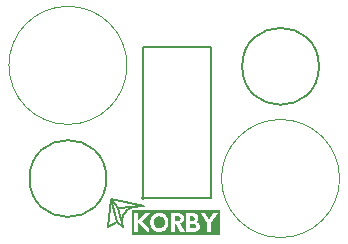
<source format=gbr>
%TF.GenerationSoftware,KiCad,Pcbnew,7.0.7*%
%TF.CreationDate,2024-03-28T13:05:56+05:30*%
%TF.ProjectId,korby,6b6f7262-792e-46b6-9963-61645f706362,rev?*%
%TF.SameCoordinates,Original*%
%TF.FileFunction,Legend,Top*%
%TF.FilePolarity,Positive*%
%FSLAX46Y46*%
G04 Gerber Fmt 4.6, Leading zero omitted, Abs format (unit mm)*
G04 Created by KiCad (PCBNEW 7.0.7) date 2024-03-28 13:05:56*
%MOMM*%
%LPD*%
G01*
G04 APERTURE LIST*
%ADD10C,0.199266*%
%ADD11C,0.100000*%
%ADD12C,0.200000*%
%ADD13C,0.127000*%
G04 APERTURE END LIST*
D10*
X137324912Y-87272780D02*
X137333838Y-87213343D01*
D11*
X137750000Y-74168000D02*
G75*
G03*
X137750000Y-74168000I-5000000J0D01*
G01*
D10*
X137902731Y-86295157D02*
X137952365Y-86263013D01*
X138149767Y-86172454D02*
X138200666Y-86158984D01*
X136177420Y-87891771D02*
X136891959Y-87424432D01*
X138328091Y-86132226D02*
X138479623Y-86106894D01*
D12*
X136000000Y-83750000D02*
G75*
G03*
X136000000Y-83750000I-3250000J0D01*
G01*
D10*
X138003407Y-86233953D02*
X138055785Y-86208143D01*
X137334336Y-87619180D02*
X137324901Y-87563487D01*
X139085311Y-86048284D02*
X139136067Y-86048695D01*
X138806707Y-86066203D02*
X138958107Y-86053686D01*
X137318863Y-87332004D02*
X137324912Y-87272780D01*
X137807982Y-86368040D02*
X137854579Y-86330221D01*
X139136067Y-86048695D02*
X139176244Y-86051419D01*
X137324901Y-87563487D02*
X137318709Y-87506759D01*
D12*
X154000000Y-74250000D02*
G75*
G03*
X154000000Y-74250000I-3250000J0D01*
G01*
D10*
X137719746Y-86451285D02*
X137763013Y-86408450D01*
X137952365Y-86263013D02*
X138003407Y-86233953D01*
X138479623Y-86106894D02*
X138643187Y-86084413D01*
X137347089Y-87673671D02*
X137334336Y-87619180D01*
X137402261Y-87842310D02*
X136891959Y-87424432D01*
X137333838Y-87213343D02*
X137360027Y-87094493D01*
X137382841Y-87778392D02*
X137363233Y-87726797D01*
X137678255Y-86496381D02*
X137719746Y-86451285D01*
X138200666Y-86158984D02*
X138328091Y-86132226D01*
X137443695Y-86861503D02*
X137500000Y-86750000D01*
X136963275Y-86249973D02*
X139176298Y-86051414D01*
X139176298Y-86051414D02*
X136365354Y-85465447D01*
X136365354Y-85465447D02*
X136891959Y-87424432D01*
X138643187Y-86084413D02*
X138806707Y-86066203D01*
X137318709Y-87506759D02*
X137315688Y-87449159D01*
X136365354Y-85465447D02*
X136177420Y-87891771D01*
X137360027Y-87094493D02*
X137396842Y-86976774D01*
X137315688Y-87449159D02*
X137315763Y-87390852D01*
X138958107Y-86053686D02*
X139085311Y-86048284D01*
X137638613Y-86543573D02*
X137678255Y-86496381D01*
X136963275Y-86249973D02*
X137402261Y-87842310D01*
X137315763Y-87390852D02*
X137318863Y-87332004D01*
X137363233Y-87726797D02*
X137347089Y-87673671D01*
X137500000Y-86750000D02*
X137565168Y-86643584D01*
X137396842Y-86976774D02*
X137443695Y-86861503D01*
D11*
X155750000Y-83750000D02*
G75*
G03*
X155750000Y-83750000I-5000000J0D01*
G01*
D10*
X138109423Y-86185748D02*
X138149767Y-86172454D01*
X137854579Y-86330221D02*
X137902731Y-86295157D01*
X136963275Y-86249973D02*
X136365354Y-85465447D01*
X138055785Y-86208143D02*
X138109423Y-86185748D01*
X137763013Y-86408450D02*
X137807982Y-86368040D01*
X137565168Y-86643584D02*
X137638613Y-86543573D01*
D12*
G36*
X140514596Y-86956032D02*
G01*
X140541060Y-86957919D01*
X140566769Y-86961031D01*
X140591718Y-86965338D01*
X140615897Y-86970816D01*
X140639298Y-86977434D01*
X140661916Y-86985167D01*
X140683740Y-86993986D01*
X140704765Y-87003864D01*
X140724981Y-87014773D01*
X140744382Y-87026686D01*
X140762960Y-87039574D01*
X140780707Y-87053412D01*
X140797615Y-87068170D01*
X140813676Y-87083822D01*
X140828883Y-87100340D01*
X140843229Y-87117696D01*
X140856705Y-87135863D01*
X140869303Y-87154813D01*
X140881017Y-87174518D01*
X140891837Y-87194952D01*
X140901758Y-87216085D01*
X140910770Y-87237892D01*
X140918866Y-87260344D01*
X140926038Y-87283414D01*
X140932280Y-87307073D01*
X140937582Y-87331296D01*
X140941938Y-87356053D01*
X140945339Y-87381318D01*
X140947777Y-87407062D01*
X140949246Y-87433259D01*
X140949738Y-87459881D01*
X140949246Y-87486270D01*
X140947777Y-87512252D01*
X140945339Y-87537797D01*
X140941938Y-87562878D01*
X140937582Y-87587466D01*
X140932280Y-87611533D01*
X140926038Y-87635051D01*
X140918866Y-87657992D01*
X140910770Y-87680328D01*
X140901758Y-87702030D01*
X140891837Y-87723071D01*
X140881017Y-87743421D01*
X140869303Y-87763054D01*
X140856705Y-87781940D01*
X140843229Y-87800052D01*
X140828883Y-87817361D01*
X140813676Y-87833839D01*
X140797615Y-87849459D01*
X140780707Y-87864191D01*
X140762960Y-87878008D01*
X140744382Y-87890882D01*
X140724981Y-87902784D01*
X140704765Y-87913686D01*
X140683740Y-87923561D01*
X140661916Y-87932379D01*
X140639298Y-87940113D01*
X140615897Y-87946734D01*
X140591718Y-87952214D01*
X140566769Y-87956526D01*
X140541060Y-87959641D01*
X140514596Y-87961530D01*
X140487386Y-87962166D01*
X140460198Y-87961530D01*
X140433732Y-87959641D01*
X140407997Y-87956526D01*
X140383002Y-87952214D01*
X140358758Y-87946734D01*
X140335272Y-87940113D01*
X140312554Y-87932379D01*
X140290614Y-87923561D01*
X140269461Y-87913686D01*
X140249104Y-87902784D01*
X140229551Y-87890882D01*
X140210814Y-87878008D01*
X140192900Y-87864191D01*
X140175820Y-87849459D01*
X140159581Y-87833839D01*
X140144194Y-87817361D01*
X140129668Y-87800052D01*
X140116012Y-87781940D01*
X140103236Y-87763054D01*
X140091348Y-87743421D01*
X140080358Y-87723071D01*
X140070274Y-87702030D01*
X140061108Y-87680328D01*
X140052867Y-87657992D01*
X140045560Y-87635051D01*
X140039198Y-87611533D01*
X140033790Y-87587466D01*
X140029343Y-87562878D01*
X140025869Y-87537797D01*
X140023376Y-87512252D01*
X140021874Y-87486270D01*
X140021371Y-87459881D01*
X140021874Y-87433259D01*
X140023376Y-87407062D01*
X140025869Y-87381318D01*
X140029343Y-87356053D01*
X140033790Y-87331296D01*
X140039198Y-87307073D01*
X140045560Y-87283414D01*
X140052867Y-87260344D01*
X140061108Y-87237892D01*
X140070274Y-87216085D01*
X140080358Y-87194952D01*
X140091348Y-87174518D01*
X140103236Y-87154813D01*
X140116012Y-87135863D01*
X140129668Y-87117696D01*
X140144194Y-87100340D01*
X140159581Y-87083822D01*
X140175820Y-87068170D01*
X140192900Y-87053412D01*
X140210814Y-87039574D01*
X140229551Y-87026686D01*
X140249104Y-87014773D01*
X140269461Y-87003864D01*
X140290614Y-86993986D01*
X140312554Y-86985167D01*
X140335272Y-86977434D01*
X140358758Y-86970816D01*
X140383002Y-86965338D01*
X140407997Y-86961031D01*
X140433732Y-86957919D01*
X140460198Y-86956032D01*
X140487386Y-86955397D01*
X140514596Y-86956032D01*
G37*
G36*
X142117334Y-86950129D02*
G01*
X142136489Y-86952953D01*
X142154931Y-86957554D01*
X142172570Y-86963847D01*
X142189316Y-86971745D01*
X142205079Y-86981163D01*
X142219769Y-86992015D01*
X142233295Y-87004215D01*
X142245568Y-87017678D01*
X142256496Y-87032317D01*
X142265991Y-87048046D01*
X142273961Y-87064780D01*
X142280318Y-87082433D01*
X142284970Y-87100918D01*
X142287827Y-87120151D01*
X142288799Y-87140045D01*
X142287851Y-87159935D01*
X142285060Y-87179156D01*
X142280506Y-87197623D01*
X142274271Y-87215253D01*
X142266434Y-87231959D01*
X142257076Y-87247657D01*
X142246278Y-87262263D01*
X142234119Y-87275691D01*
X142220682Y-87287857D01*
X142206045Y-87298676D01*
X142190290Y-87308063D01*
X142173498Y-87315934D01*
X142155747Y-87322203D01*
X142137120Y-87326786D01*
X142117697Y-87329598D01*
X142097557Y-87330554D01*
X141776256Y-87330554D01*
X141776256Y-86949169D01*
X142097557Y-86949169D01*
X142117334Y-86950129D01*
G37*
G36*
X143429285Y-87589483D02*
G01*
X143448439Y-87592437D01*
X143466881Y-87597229D01*
X143484521Y-87603753D01*
X143501267Y-87611902D01*
X143517030Y-87621570D01*
X143531719Y-87632649D01*
X143545245Y-87645032D01*
X143557518Y-87658614D01*
X143568447Y-87673286D01*
X143577941Y-87688943D01*
X143585912Y-87705477D01*
X143592268Y-87722781D01*
X143596920Y-87740750D01*
X143599777Y-87759276D01*
X143600750Y-87778251D01*
X143599777Y-87797227D01*
X143596920Y-87815753D01*
X143592268Y-87833722D01*
X143585912Y-87851026D01*
X143577941Y-87867560D01*
X143568447Y-87883217D01*
X143557518Y-87897889D01*
X143545245Y-87911471D01*
X143531719Y-87923854D01*
X143517030Y-87934933D01*
X143501267Y-87944600D01*
X143484521Y-87952750D01*
X143466881Y-87959274D01*
X143448439Y-87964066D01*
X143429285Y-87967020D01*
X143409508Y-87968028D01*
X143060729Y-87968028D01*
X143060729Y-87588475D01*
X143409508Y-87588475D01*
X143429285Y-87589483D01*
G37*
G36*
X143315385Y-86950182D02*
G01*
X143334246Y-86953148D01*
X143352425Y-86957960D01*
X143369831Y-86964511D01*
X143386372Y-86972693D01*
X143401956Y-86982399D01*
X143416492Y-86993523D01*
X143429887Y-87005956D01*
X143442049Y-87019590D01*
X143452888Y-87034320D01*
X143462311Y-87050037D01*
X143470227Y-87066635D01*
X143476543Y-87084005D01*
X143481168Y-87102040D01*
X143484011Y-87120634D01*
X143484979Y-87139678D01*
X143484011Y-87158748D01*
X143481168Y-87177411D01*
X143476543Y-87195555D01*
X143470227Y-87213066D01*
X143462311Y-87229830D01*
X143452888Y-87245732D01*
X143442049Y-87260661D01*
X143429887Y-87274501D01*
X143416492Y-87287138D01*
X143401956Y-87298460D01*
X143386372Y-87308352D01*
X143369831Y-87316701D01*
X143352425Y-87323393D01*
X143334246Y-87328313D01*
X143315385Y-87331349D01*
X143295935Y-87332386D01*
X143060729Y-87332386D01*
X143060729Y-86949169D01*
X143295935Y-86949169D01*
X143315385Y-86950182D01*
G37*
G36*
X145628905Y-88564432D02*
G01*
X138161376Y-88564432D01*
X138161376Y-86674030D01*
X138375662Y-86674030D01*
X138375662Y-88245000D01*
X138692934Y-88245000D01*
X138692934Y-87459515D01*
X139633757Y-88350146D01*
X139633757Y-87926629D01*
X139127837Y-87459881D01*
X139718754Y-87459881D01*
X139719660Y-87501557D01*
X139722359Y-87542679D01*
X139726820Y-87583196D01*
X139733013Y-87623057D01*
X139740908Y-87662212D01*
X139750475Y-87700610D01*
X139761684Y-87738202D01*
X139774504Y-87774937D01*
X139788906Y-87810764D01*
X139804860Y-87845634D01*
X139822335Y-87879495D01*
X139841301Y-87912297D01*
X139861728Y-87943991D01*
X139883586Y-87974525D01*
X139906845Y-88003849D01*
X139931474Y-88031913D01*
X139957444Y-88058666D01*
X139984725Y-88084059D01*
X140013286Y-88108040D01*
X140043097Y-88130560D01*
X140074128Y-88151568D01*
X140106350Y-88171013D01*
X140139731Y-88188845D01*
X140174242Y-88205014D01*
X140209853Y-88219470D01*
X140246533Y-88232161D01*
X140284252Y-88243039D01*
X140322981Y-88252051D01*
X140362689Y-88259149D01*
X140403346Y-88264281D01*
X140444921Y-88267397D01*
X140487386Y-88268447D01*
X140529690Y-88267397D01*
X140571125Y-88264281D01*
X140611660Y-88259149D01*
X140651265Y-88252051D01*
X140689909Y-88243039D01*
X140727559Y-88232161D01*
X140764186Y-88219470D01*
X140799757Y-88205014D01*
X140834243Y-88188845D01*
X140867611Y-88171013D01*
X140899830Y-88151568D01*
X140930870Y-88130560D01*
X140960699Y-88108040D01*
X140989287Y-88084059D01*
X141016601Y-88058666D01*
X141042611Y-88031913D01*
X141067286Y-88003849D01*
X141090595Y-87974525D01*
X141112506Y-87943991D01*
X141132989Y-87912297D01*
X141152011Y-87879495D01*
X141169543Y-87845634D01*
X141185554Y-87810764D01*
X141200010Y-87774937D01*
X141212883Y-87738202D01*
X141224140Y-87700610D01*
X141233751Y-87662212D01*
X141241684Y-87623057D01*
X141247909Y-87583196D01*
X141252393Y-87542679D01*
X141255107Y-87501557D01*
X141256018Y-87459881D01*
X141255107Y-87418170D01*
X141252393Y-87377014D01*
X141247909Y-87336463D01*
X141241684Y-87296568D01*
X141233751Y-87257380D01*
X141224140Y-87218948D01*
X141212883Y-87181323D01*
X141200010Y-87144556D01*
X141185554Y-87108697D01*
X141169543Y-87073796D01*
X141152011Y-87039904D01*
X141132989Y-87007072D01*
X141112506Y-86975349D01*
X141090595Y-86944787D01*
X141067286Y-86915435D01*
X141042611Y-86887345D01*
X141016601Y-86860566D01*
X140989287Y-86835150D01*
X140960699Y-86811145D01*
X140930870Y-86788604D01*
X140899830Y-86767576D01*
X140867611Y-86748112D01*
X140834243Y-86730263D01*
X140799757Y-86714078D01*
X140764186Y-86699608D01*
X140727559Y-86686904D01*
X140689909Y-86676016D01*
X140681402Y-86674030D01*
X141458984Y-86674030D01*
X141458984Y-86949169D01*
X141458984Y-88245000D01*
X141776256Y-88245000D01*
X141776256Y-87576385D01*
X141931594Y-87576385D01*
X142275976Y-88245000D01*
X142630983Y-88245000D01*
X142248866Y-87555502D01*
X142266599Y-87550644D01*
X142283999Y-87545145D01*
X142301052Y-87539018D01*
X142317741Y-87532275D01*
X142334053Y-87524927D01*
X142349971Y-87516988D01*
X142365481Y-87508468D01*
X142380568Y-87499380D01*
X142395216Y-87489735D01*
X142409411Y-87479548D01*
X142423137Y-87468828D01*
X142436379Y-87457588D01*
X142449122Y-87445841D01*
X142461352Y-87433598D01*
X142473052Y-87420872D01*
X142484209Y-87407674D01*
X142494806Y-87394017D01*
X142504829Y-87379912D01*
X142514262Y-87365372D01*
X142523091Y-87350410D01*
X142531301Y-87335035D01*
X142538875Y-87319262D01*
X142545800Y-87303102D01*
X142552061Y-87286568D01*
X142557641Y-87269670D01*
X142562526Y-87252422D01*
X142566701Y-87234835D01*
X142570151Y-87216921D01*
X142572860Y-87198693D01*
X142574814Y-87180163D01*
X142575997Y-87161342D01*
X142576395Y-87142243D01*
X142575797Y-87118014D01*
X142574019Y-87094119D01*
X142571091Y-87070585D01*
X142567039Y-87047442D01*
X142561892Y-87024718D01*
X142555677Y-87002442D01*
X142548422Y-86980642D01*
X142540154Y-86959347D01*
X142530901Y-86938586D01*
X142520691Y-86918386D01*
X142509552Y-86898777D01*
X142497512Y-86879787D01*
X142484597Y-86861445D01*
X142470836Y-86843780D01*
X142456257Y-86826819D01*
X142440886Y-86810592D01*
X142424753Y-86795127D01*
X142407884Y-86780452D01*
X142390307Y-86766597D01*
X142372050Y-86753589D01*
X142353142Y-86741458D01*
X142333608Y-86730232D01*
X142313477Y-86719939D01*
X142292778Y-86710609D01*
X142271537Y-86702269D01*
X142249782Y-86694948D01*
X142227540Y-86688675D01*
X142204841Y-86683479D01*
X142181711Y-86679388D01*
X142158178Y-86676430D01*
X142134269Y-86674634D01*
X142110013Y-86674030D01*
X142745655Y-86674030D01*
X142745655Y-86949169D01*
X142745655Y-87588475D01*
X142745655Y-88245000D01*
X143455669Y-88245000D01*
X143479719Y-88244540D01*
X143503422Y-88243168D01*
X143526750Y-88240892D01*
X143549677Y-88237719D01*
X143572174Y-88233657D01*
X143594215Y-88228715D01*
X143615773Y-88222901D01*
X143636819Y-88216223D01*
X143657328Y-88208688D01*
X143677270Y-88200306D01*
X143696620Y-88191085D01*
X143715349Y-88181031D01*
X143733431Y-88170154D01*
X143750839Y-88158462D01*
X143767544Y-88145962D01*
X143783520Y-88132663D01*
X143798739Y-88118573D01*
X143813174Y-88103700D01*
X143826798Y-88088053D01*
X143839583Y-88071638D01*
X143851502Y-88054465D01*
X143862528Y-88036542D01*
X143872633Y-88017876D01*
X143881791Y-87998476D01*
X143889974Y-87978350D01*
X143897154Y-87957506D01*
X143903304Y-87935952D01*
X143908398Y-87913697D01*
X143912407Y-87890747D01*
X143915304Y-87867113D01*
X143917063Y-87842800D01*
X143917655Y-87817819D01*
X143917306Y-87798723D01*
X143916267Y-87780108D01*
X143914550Y-87761972D01*
X143912167Y-87744313D01*
X143909130Y-87727129D01*
X143905452Y-87710417D01*
X143901143Y-87694177D01*
X143896217Y-87678406D01*
X143890684Y-87663101D01*
X143884558Y-87648262D01*
X143877850Y-87633885D01*
X143870572Y-87619969D01*
X143862736Y-87606512D01*
X143854354Y-87593512D01*
X143845439Y-87580967D01*
X143836001Y-87568874D01*
X143826054Y-87557233D01*
X143815609Y-87546040D01*
X143804678Y-87535293D01*
X143793273Y-87524992D01*
X143781407Y-87515133D01*
X143769091Y-87505716D01*
X143756336Y-87496736D01*
X143743157Y-87488194D01*
X143729563Y-87480086D01*
X143715568Y-87472411D01*
X143701182Y-87465167D01*
X143686420Y-87458351D01*
X143671291Y-87451962D01*
X143655809Y-87445997D01*
X143639984Y-87440456D01*
X143623831Y-87435334D01*
X143643801Y-87423003D01*
X143662748Y-87409632D01*
X143680635Y-87395213D01*
X143697424Y-87379739D01*
X143713080Y-87363199D01*
X143727566Y-87345587D01*
X143740846Y-87326892D01*
X143752882Y-87307107D01*
X143763640Y-87286223D01*
X143773081Y-87264231D01*
X143781170Y-87241123D01*
X143787870Y-87216890D01*
X143793145Y-87191523D01*
X143796958Y-87165015D01*
X143799272Y-87137356D01*
X143800052Y-87108538D01*
X143799453Y-87083309D01*
X143797676Y-87058739D01*
X143794748Y-87034835D01*
X143790697Y-87011608D01*
X143785550Y-86989067D01*
X143779336Y-86967221D01*
X143772082Y-86946080D01*
X143763816Y-86925653D01*
X143754566Y-86905949D01*
X143744359Y-86886978D01*
X143733224Y-86868750D01*
X143721188Y-86851273D01*
X143708278Y-86834556D01*
X143694523Y-86818611D01*
X143679951Y-86803445D01*
X143664589Y-86789068D01*
X143648464Y-86775490D01*
X143631606Y-86762719D01*
X143614041Y-86750766D01*
X143595797Y-86739640D01*
X143576902Y-86729350D01*
X143557384Y-86719906D01*
X143537270Y-86711316D01*
X143516589Y-86703591D01*
X143495368Y-86696739D01*
X143473635Y-86690770D01*
X143451417Y-86685694D01*
X143428743Y-86681520D01*
X143405640Y-86678257D01*
X143382136Y-86675915D01*
X143358259Y-86674502D01*
X143334036Y-86674030D01*
X143994958Y-86674030D01*
X144549633Y-87507875D01*
X144549633Y-88245000D01*
X144864340Y-88245000D01*
X144864340Y-87501646D01*
X145414619Y-86674030D01*
X145066207Y-86674030D01*
X144704972Y-87237498D01*
X144347766Y-86674030D01*
X143994958Y-86674030D01*
X143334036Y-86674030D01*
X142745655Y-86674030D01*
X142110013Y-86674030D01*
X141458984Y-86674030D01*
X140681402Y-86674030D01*
X140651265Y-86666994D01*
X140611660Y-86659890D01*
X140571125Y-86654752D01*
X140529690Y-86651633D01*
X140487386Y-86650582D01*
X140444921Y-86651633D01*
X140403346Y-86654752D01*
X140362689Y-86659890D01*
X140322981Y-86666994D01*
X140284252Y-86676016D01*
X140246533Y-86686904D01*
X140209853Y-86699608D01*
X140174242Y-86714078D01*
X140139731Y-86730263D01*
X140106350Y-86748112D01*
X140074128Y-86767576D01*
X140043097Y-86788604D01*
X140013286Y-86811145D01*
X139984725Y-86835150D01*
X139957444Y-86860566D01*
X139931474Y-86887345D01*
X139906845Y-86915435D01*
X139883586Y-86944787D01*
X139861728Y-86975349D01*
X139841301Y-87007072D01*
X139822335Y-87039904D01*
X139804860Y-87073796D01*
X139788906Y-87108697D01*
X139774504Y-87144556D01*
X139761684Y-87181323D01*
X139750475Y-87218948D01*
X139740908Y-87257380D01*
X139733013Y-87296568D01*
X139726820Y-87336463D01*
X139722359Y-87377014D01*
X139719660Y-87418170D01*
X139718754Y-87459881D01*
X139127837Y-87459881D01*
X139018632Y-87359131D01*
X139671493Y-86674030D01*
X139266294Y-86674030D01*
X138692934Y-87287690D01*
X138692934Y-86674030D01*
X138375662Y-86674030D01*
X138161376Y-86674030D01*
X138161376Y-86436296D01*
X145628905Y-86436296D01*
X145628905Y-88564432D01*
G37*
D13*
%TO.C,SW1*%
X139100000Y-85400000D02*
X139100000Y-72600000D01*
X144900000Y-85400000D02*
X139100000Y-85400000D01*
X139100000Y-72600000D02*
X144900000Y-72600000D01*
X144900000Y-72600000D02*
X144900000Y-85400000D01*
D12*
X139200000Y-85400000D02*
G75*
G03*
X139200000Y-85400000I-100000J0D01*
G01*
%TD*%
M02*

</source>
